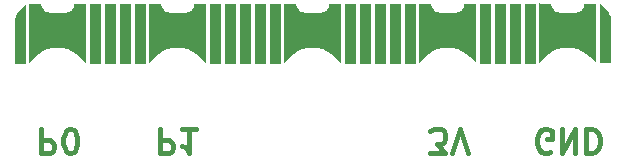
<source format=gbo>
%TF.GenerationSoftware,KiCad,Pcbnew,9.0.5*%
%TF.CreationDate,2025-10-22T23:14:44+01:00*%
%TF.ProjectId,vm_i2c_smtso_adaptor,766d5f69-3263-45f7-936d-74736f5f6164,0.1*%
%TF.SameCoordinates,Original*%
%TF.FileFunction,Legend,Bot*%
%TF.FilePolarity,Positive*%
%FSLAX45Y45*%
G04 Gerber Fmt 4.5, Leading zero omitted, Abs format (unit mm)*
G04 Created by KiCad (PCBNEW 9.0.5) date 2025-10-22 23:14:44*
%MOMM*%
%LPD*%
G01*
G04 APERTURE LIST*
%ADD10C,0.000000*%
%ADD11C,0.400000*%
G04 APERTURE END LIST*
D10*
G36*
X-531371Y166794D02*
G01*
X-623371Y166794D01*
X-623371Y672794D01*
X-531371Y672794D01*
X-531371Y166794D01*
G37*
G36*
X1924329Y672394D02*
G01*
X2013629Y672394D01*
X2014629Y665094D01*
X2018529Y650894D01*
X2025029Y637594D01*
X2033929Y625794D01*
X2044729Y615894D01*
X2057229Y608094D01*
X2071029Y602694D01*
X2085429Y599994D01*
X2092829Y599694D01*
X2213829Y599694D01*
X2221229Y599994D01*
X2235729Y602694D01*
X2237729Y603494D01*
X2252329Y609894D01*
X2261929Y615894D01*
X2272829Y625794D01*
X2281729Y637594D01*
X2288229Y650894D01*
X2292129Y665094D01*
X2293129Y672394D01*
X2394129Y672394D01*
X2393629Y623494D01*
X2394429Y617194D01*
X2393229Y604494D01*
X2390129Y594794D01*
X2390129Y179794D01*
X2344529Y225394D01*
X2326029Y242094D01*
X2284629Y269794D01*
X2238629Y288894D01*
X2189829Y298594D01*
X2164929Y299794D01*
X2125329Y299794D01*
X2105229Y298794D01*
X2065629Y290894D01*
X2028429Y275494D01*
X1994829Y253094D01*
X1979929Y239494D01*
X1910129Y169794D01*
X1910129Y651494D01*
X1908329Y672394D01*
X1910129Y672394D01*
X1910129Y679794D01*
X1924329Y672394D01*
G37*
G36*
X1881629Y166794D02*
G01*
X1789629Y166794D01*
X1789629Y672794D01*
X1881629Y672794D01*
X1881629Y166794D01*
G37*
G36*
X611629Y166794D02*
G01*
X519629Y166794D01*
X519629Y672794D01*
X611629Y672794D01*
X611629Y166794D01*
G37*
G36*
X-2437371Y167294D02*
G01*
X-2527371Y167294D01*
X-2527371Y524794D01*
X-2527371Y538494D01*
X-2521971Y565294D01*
X-2511571Y590594D01*
X-2496371Y613294D01*
X-2486671Y622994D01*
X-2437371Y672294D01*
X-2437371Y167294D01*
G37*
G36*
X-238571Y672394D02*
G01*
X-145371Y672394D01*
X-144371Y665094D01*
X-140471Y650894D01*
X-133971Y637594D01*
X-125071Y625794D01*
X-114271Y615894D01*
X-101771Y608094D01*
X-87971Y602694D01*
X-73571Y599994D01*
X-66171Y599694D01*
X54829Y599694D01*
X62229Y599994D01*
X76729Y602694D01*
X90429Y608094D01*
X102929Y615894D01*
X113829Y625794D01*
X122729Y637594D01*
X129229Y650894D01*
X133129Y665094D01*
X134129Y672394D01*
X235129Y672394D01*
X234629Y623494D01*
X235429Y617194D01*
X234229Y604494D01*
X234029Y603894D01*
X234029Y176994D01*
X185529Y225394D01*
X167029Y242094D01*
X125629Y269794D01*
X79629Y288894D01*
X30829Y298594D01*
X5929Y299794D01*
X-33671Y299794D01*
X-53771Y298794D01*
X-93371Y290894D01*
X-130571Y275494D01*
X-164171Y253094D01*
X-179071Y239494D01*
X-248871Y169794D01*
X-248871Y651494D01*
X-250671Y672394D01*
X-248871Y672394D01*
X-248871Y679794D01*
X-238571Y672394D01*
G37*
G36*
X357629Y166794D02*
G01*
X265629Y166794D01*
X265629Y672794D01*
X357629Y672794D01*
X357629Y166794D01*
G37*
G36*
X1627629Y166794D02*
G01*
X1535629Y166794D01*
X1535629Y672794D01*
X1627629Y672794D01*
X1627629Y166794D01*
G37*
G36*
X484629Y166794D02*
G01*
X392629Y166794D01*
X392629Y672794D01*
X484629Y672794D01*
X484629Y166794D01*
G37*
G36*
X-404371Y166794D02*
G01*
X-496371Y166794D01*
X-496371Y672794D01*
X-404371Y672794D01*
X-404371Y166794D01*
G37*
G36*
X-1801371Y166794D02*
G01*
X-1893371Y166794D01*
X-1893371Y672794D01*
X-1801371Y672794D01*
X-1801371Y166794D01*
G37*
G36*
X2515629Y269794D02*
G01*
X2425629Y269794D01*
X2425629Y569794D01*
X2515629Y569794D01*
X2515629Y269794D01*
G37*
G36*
X-1379971Y672394D02*
G01*
X-1288371Y672394D01*
X-1287371Y665094D01*
X-1283471Y650894D01*
X-1276971Y637594D01*
X-1268071Y625794D01*
X-1257271Y615894D01*
X-1244771Y608094D01*
X-1230971Y602694D01*
X-1216571Y599994D01*
X-1209171Y599694D01*
X-1088171Y599694D01*
X-1080771Y599994D01*
X-1066271Y602694D01*
X-1052571Y608094D01*
X-1040071Y615894D01*
X-1029171Y625794D01*
X-1020271Y637594D01*
X-1013771Y650894D01*
X-1009871Y665094D01*
X-1008871Y672394D01*
X-908971Y672394D01*
X-907871Y672394D01*
X-908371Y623494D01*
X-907571Y617194D01*
X-908771Y604494D01*
X-908971Y603894D01*
X-908971Y176994D01*
X-957471Y225394D01*
X-975971Y242094D01*
X-1017371Y269794D01*
X-1063371Y288894D01*
X-1112171Y298594D01*
X-1137071Y299794D01*
X-1176671Y299794D01*
X-1196771Y298794D01*
X-1236371Y290894D01*
X-1273571Y275494D01*
X-1307171Y253094D01*
X-1322071Y239494D01*
X-1391871Y169794D01*
X-1391871Y651494D01*
X-1393671Y672394D01*
X-1391871Y672394D01*
X-1391871Y679794D01*
X-1379971Y672394D01*
G37*
G36*
X865629Y166794D02*
G01*
X773629Y166794D01*
X773629Y672794D01*
X865629Y672794D01*
X865629Y166794D01*
G37*
G36*
X-1547371Y166794D02*
G01*
X-1639371Y166794D01*
X-1639371Y672794D01*
X-1547371Y672794D01*
X-1547371Y166794D01*
G37*
G36*
X2477929Y628994D02*
G01*
X2487529Y619294D01*
X2502729Y596594D01*
X2513229Y571294D01*
X2518529Y544494D01*
X2518529Y530794D01*
X2518529Y173294D01*
X2428529Y173294D01*
X2428529Y678294D01*
X2477929Y628994D01*
G37*
G36*
X1754629Y166794D02*
G01*
X1662629Y166794D01*
X1662629Y672794D01*
X1754629Y672794D01*
X1754629Y166794D01*
G37*
G36*
X-2437371Y294794D02*
G01*
X-2527371Y294794D01*
X-2527371Y544794D01*
X-2437371Y544794D01*
X-2437371Y294794D01*
G37*
G36*
X-785371Y166794D02*
G01*
X-877371Y166794D01*
X-877371Y672794D01*
X-785371Y672794D01*
X-785371Y166794D01*
G37*
G36*
X-658371Y166794D02*
G01*
X-750371Y166794D01*
X-750371Y672794D01*
X-658371Y672794D01*
X-658371Y166794D01*
G37*
G36*
X-1420371Y166794D02*
G01*
X-1512371Y166794D01*
X-1512371Y672794D01*
X-1420371Y672794D01*
X-1420371Y166794D01*
G37*
G36*
X1500629Y166794D02*
G01*
X1408629Y166794D01*
X1408629Y672794D01*
X1500629Y672794D01*
X1500629Y166794D01*
G37*
G36*
X-1674371Y166794D02*
G01*
X-1766371Y166794D01*
X-1766371Y672794D01*
X-1674371Y672794D01*
X-1674371Y166794D01*
G37*
G36*
X738629Y166794D02*
G01*
X646629Y166794D01*
X646629Y672794D01*
X738629Y672794D01*
X738629Y166794D01*
G37*
G36*
X-277371Y166794D02*
G01*
X-369371Y166794D01*
X-369371Y672794D01*
X-277371Y672794D01*
X-277371Y166794D01*
G37*
G36*
X-1923571Y175494D02*
G01*
X-1973471Y225394D01*
X-1991971Y242094D01*
X-2033371Y269794D01*
X-2079371Y288894D01*
X-2128171Y298594D01*
X-2153071Y299794D01*
X-2192671Y299794D01*
X-2212771Y298794D01*
X-2252371Y290894D01*
X-2289571Y275494D01*
X-2323171Y253094D01*
X-2338071Y239494D01*
X-2407871Y169794D01*
X-2407871Y651494D01*
X-2409671Y672394D01*
X-2304371Y672394D01*
X-2303371Y665094D01*
X-2299471Y650894D01*
X-2292971Y637594D01*
X-2284071Y625794D01*
X-2273271Y615894D01*
X-2260771Y608094D01*
X-2246971Y602694D01*
X-2232571Y599994D01*
X-2225171Y599694D01*
X-2104171Y599694D01*
X-2096771Y599994D01*
X-2082271Y602694D01*
X-2068571Y608094D01*
X-2056071Y615894D01*
X-2045171Y625794D01*
X-2036271Y637594D01*
X-2029771Y650894D01*
X-2025871Y665094D01*
X-2024871Y672394D01*
X-1924071Y672394D01*
X-1923571Y672694D01*
X-1923571Y175494D01*
G37*
G36*
X998629Y665094D02*
G01*
X1002529Y650894D01*
X1009029Y637594D01*
X1017929Y625794D01*
X1028729Y615894D01*
X1041229Y608094D01*
X1055029Y602694D01*
X1069429Y599994D01*
X1076829Y599694D01*
X1197829Y599694D01*
X1205229Y599994D01*
X1219729Y602694D01*
X1221729Y603494D01*
X1236329Y609894D01*
X1245929Y615894D01*
X1256829Y625794D01*
X1265729Y637594D01*
X1272229Y650894D01*
X1276129Y665094D01*
X1277129Y672394D01*
X1378129Y672394D01*
X1377629Y623494D01*
X1378429Y617194D01*
X1377229Y604494D01*
X1374129Y594794D01*
X1374129Y179794D01*
X1328529Y225394D01*
X1310029Y242094D01*
X1268629Y269794D01*
X1222629Y288894D01*
X1173829Y298594D01*
X1148929Y299794D01*
X1109329Y299794D01*
X1089229Y298794D01*
X1049629Y290894D01*
X1012429Y275494D01*
X978829Y253094D01*
X963929Y239494D01*
X894129Y169794D01*
X894129Y651494D01*
X892329Y672394D01*
X997629Y672394D01*
X998629Y665094D01*
G37*
D11*
X2006619Y-577032D02*
X1987571Y-586556D01*
X1987571Y-586556D02*
X1959000Y-586556D01*
X1959000Y-586556D02*
X1930428Y-577032D01*
X1930428Y-577032D02*
X1911381Y-557985D01*
X1911381Y-557985D02*
X1901857Y-538937D01*
X1901857Y-538937D02*
X1892333Y-500842D01*
X1892333Y-500842D02*
X1892333Y-472270D01*
X1892333Y-472270D02*
X1901857Y-434175D01*
X1901857Y-434175D02*
X1911381Y-415128D01*
X1911381Y-415128D02*
X1930428Y-396080D01*
X1930428Y-396080D02*
X1959000Y-386556D01*
X1959000Y-386556D02*
X1978048Y-386556D01*
X1978048Y-386556D02*
X2006619Y-396080D01*
X2006619Y-396080D02*
X2016143Y-405604D01*
X2016143Y-405604D02*
X2016143Y-472270D01*
X2016143Y-472270D02*
X1978048Y-472270D01*
X2101857Y-386556D02*
X2101857Y-586556D01*
X2101857Y-586556D02*
X2216143Y-386556D01*
X2216143Y-386556D02*
X2216143Y-586556D01*
X2311381Y-386556D02*
X2311381Y-586556D01*
X2311381Y-586556D02*
X2359000Y-586556D01*
X2359000Y-586556D02*
X2387571Y-577032D01*
X2387571Y-577032D02*
X2406619Y-557985D01*
X2406619Y-557985D02*
X2416143Y-538937D01*
X2416143Y-538937D02*
X2425667Y-500842D01*
X2425667Y-500842D02*
X2425667Y-472270D01*
X2425667Y-472270D02*
X2416143Y-434175D01*
X2416143Y-434175D02*
X2406619Y-415128D01*
X2406619Y-415128D02*
X2387571Y-396080D01*
X2387571Y-396080D02*
X2359000Y-386556D01*
X2359000Y-386556D02*
X2311381Y-386556D01*
X990619Y-586556D02*
X1114429Y-586556D01*
X1114429Y-586556D02*
X1047762Y-510366D01*
X1047762Y-510366D02*
X1076333Y-510366D01*
X1076333Y-510366D02*
X1095381Y-500842D01*
X1095381Y-500842D02*
X1104905Y-491318D01*
X1104905Y-491318D02*
X1114429Y-472270D01*
X1114429Y-472270D02*
X1114429Y-424651D01*
X1114429Y-424651D02*
X1104905Y-405604D01*
X1104905Y-405604D02*
X1095381Y-396080D01*
X1095381Y-396080D02*
X1076333Y-386556D01*
X1076333Y-386556D02*
X1019190Y-386556D01*
X1019190Y-386556D02*
X1000143Y-396080D01*
X1000143Y-396080D02*
X990619Y-405604D01*
X1171571Y-586556D02*
X1238238Y-386556D01*
X1238238Y-386556D02*
X1304905Y-586556D01*
X-2306619Y-386556D02*
X-2306619Y-586556D01*
X-2306619Y-586556D02*
X-2230429Y-586556D01*
X-2230429Y-586556D02*
X-2211381Y-577032D01*
X-2211381Y-577032D02*
X-2201857Y-567509D01*
X-2201857Y-567509D02*
X-2192333Y-548461D01*
X-2192333Y-548461D02*
X-2192333Y-519889D01*
X-2192333Y-519889D02*
X-2201857Y-500842D01*
X-2201857Y-500842D02*
X-2211381Y-491318D01*
X-2211381Y-491318D02*
X-2230429Y-481794D01*
X-2230429Y-481794D02*
X-2306619Y-481794D01*
X-2068524Y-586556D02*
X-2049476Y-586556D01*
X-2049476Y-586556D02*
X-2030429Y-577032D01*
X-2030429Y-577032D02*
X-2020905Y-567509D01*
X-2020905Y-567509D02*
X-2011381Y-548461D01*
X-2011381Y-548461D02*
X-2001857Y-510366D01*
X-2001857Y-510366D02*
X-2001857Y-462747D01*
X-2001857Y-462747D02*
X-2011381Y-424651D01*
X-2011381Y-424651D02*
X-2020905Y-405604D01*
X-2020905Y-405604D02*
X-2030429Y-396080D01*
X-2030429Y-396080D02*
X-2049476Y-386556D01*
X-2049476Y-386556D02*
X-2068524Y-386556D01*
X-2068524Y-386556D02*
X-2087571Y-396080D01*
X-2087571Y-396080D02*
X-2097095Y-405604D01*
X-2097095Y-405604D02*
X-2106619Y-424651D01*
X-2106619Y-424651D02*
X-2116143Y-462747D01*
X-2116143Y-462747D02*
X-2116143Y-510366D01*
X-2116143Y-510366D02*
X-2106619Y-548461D01*
X-2106619Y-548461D02*
X-2097095Y-567509D01*
X-2097095Y-567509D02*
X-2087571Y-577032D01*
X-2087571Y-577032D02*
X-2068524Y-586556D01*
X-1300619Y-386556D02*
X-1300619Y-586556D01*
X-1300619Y-586556D02*
X-1224429Y-586556D01*
X-1224429Y-586556D02*
X-1205381Y-577032D01*
X-1205381Y-577032D02*
X-1195857Y-567509D01*
X-1195857Y-567509D02*
X-1186333Y-548461D01*
X-1186333Y-548461D02*
X-1186333Y-519889D01*
X-1186333Y-519889D02*
X-1195857Y-500842D01*
X-1195857Y-500842D02*
X-1205381Y-491318D01*
X-1205381Y-491318D02*
X-1224429Y-481794D01*
X-1224429Y-481794D02*
X-1300619Y-481794D01*
X-995857Y-386556D02*
X-1110143Y-386556D01*
X-1053000Y-386556D02*
X-1053000Y-586556D01*
X-1053000Y-586556D02*
X-1072048Y-557985D01*
X-1072048Y-557985D02*
X-1091095Y-538937D01*
X-1091095Y-538937D02*
X-1110143Y-529413D01*
M02*

</source>
